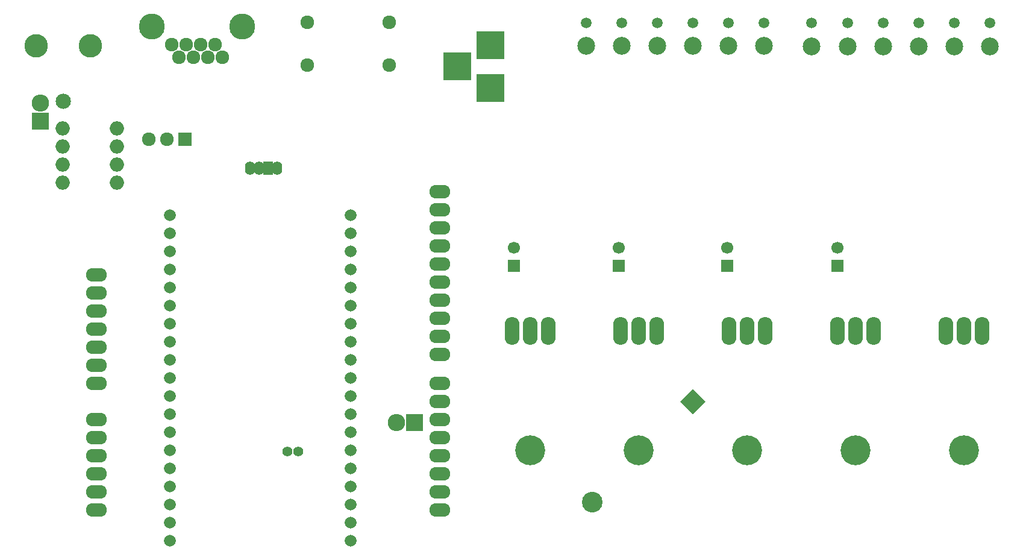
<source format=gbr>
G04 #@! TF.FileFunction,Soldermask,Bot*
%FSLAX46Y46*%
G04 Gerber Fmt 4.6, Leading zero omitted, Abs format (unit mm)*
G04 Created by KiCad (PCBNEW 4.0.2+dfsg1-stable) date Mon 20 Aug 2018 04:08:08 PM EDT*
%MOMM*%
G01*
G04 APERTURE LIST*
%ADD10C,0.100000*%
%ADD11O,2.940000X1.924000*%
%ADD12C,3.651200*%
%ADD13C,1.924000*%
%ADD14C,2.150000*%
%ADD15C,3.300000*%
%ADD16C,1.920000*%
%ADD17R,1.920000X1.920000*%
%ADD18O,2.000000X2.000000*%
%ADD19R,3.900120X3.900120*%
%ADD20C,2.500000*%
%ADD21C,1.500000*%
%ADD22C,1.700000*%
%ADD23R,1.700000X1.700000*%
%ADD24O,2.099260X3.900120*%
%ADD25C,4.199840*%
%ADD26C,1.400760*%
%ADD27O,1.400000X1.900000*%
%ADD28R,1.400000X1.900000*%
%ADD29R,2.432000X2.432000*%
%ADD30O,2.432000X2.432000*%
%ADD31C,2.900000*%
%ADD32C,1.670000*%
G04 APERTURE END LIST*
D10*
D11*
X31496000Y-119888000D03*
X31496000Y-117348000D03*
X31496000Y-114808000D03*
X31496000Y-107188000D03*
X31496000Y-109728000D03*
X31496000Y-112268000D03*
X31496000Y-102108000D03*
X31496000Y-99568000D03*
X31496000Y-97028000D03*
X31496000Y-91948000D03*
X31496000Y-89408000D03*
X79756000Y-119888000D03*
X79756000Y-117348000D03*
X79756000Y-114808000D03*
X79756000Y-112268000D03*
X79756000Y-109728000D03*
X79756000Y-107188000D03*
X79756000Y-104648000D03*
X79756000Y-102108000D03*
X79756000Y-98044000D03*
X79756000Y-95504000D03*
X79756000Y-92964000D03*
X79756000Y-90424000D03*
X79756000Y-87884000D03*
X79756000Y-85344000D03*
X79756000Y-82804000D03*
X79756000Y-80264000D03*
X31496000Y-94488000D03*
X79756000Y-77724000D03*
X79756000Y-75184000D03*
X31496000Y-86868000D03*
D12*
X51943000Y-51943000D03*
X39243000Y-51943000D03*
D13*
X48133000Y-54483000D03*
X46101000Y-54483000D03*
X44069000Y-54483000D03*
X42037000Y-54483000D03*
X49149000Y-56261000D03*
X47117000Y-56261000D03*
X45085000Y-56261000D03*
X43053000Y-56261000D03*
D14*
X26822400Y-62486200D03*
D15*
X30622400Y-54686200D03*
X23022400Y-54686200D03*
D16*
X41402000Y-67818000D03*
X38862000Y-67818000D03*
D17*
X43942000Y-67818000D03*
D18*
X34366200Y-73914000D03*
X34366200Y-71374000D03*
X34366200Y-68834000D03*
X34366200Y-66294000D03*
X26746200Y-66294000D03*
X26746200Y-68834000D03*
X26746200Y-71374000D03*
X26746200Y-73914000D03*
D19*
X86868000Y-60609480D03*
X86868000Y-54610000D03*
X82169000Y-57609740D03*
D20*
X157033000Y-54737000D03*
X152033000Y-54737000D03*
D21*
X157033000Y-51437000D03*
X152033000Y-51437000D03*
D20*
X147033000Y-54737000D03*
X142033000Y-54737000D03*
X137033000Y-54737000D03*
X132033000Y-54737000D03*
D21*
X147033000Y-51437000D03*
X142033000Y-51437000D03*
X137033000Y-51437000D03*
X132033000Y-51437000D03*
D20*
X125330000Y-54735000D03*
X120330000Y-54735000D03*
D21*
X125330000Y-51435000D03*
X120330000Y-51435000D03*
D20*
X115330000Y-54735000D03*
X110330000Y-54735000D03*
X105330000Y-54735000D03*
X100330000Y-54735000D03*
D21*
X115330000Y-51435000D03*
X110330000Y-51435000D03*
X105330000Y-51435000D03*
X100330000Y-51435000D03*
D22*
X120142000Y-83058000D03*
D23*
X120142000Y-85558000D03*
D22*
X104902000Y-83058000D03*
D23*
X104902000Y-85558000D03*
D22*
X90170000Y-83058000D03*
D23*
X90170000Y-85558000D03*
D24*
X153416000Y-94742000D03*
X155956000Y-94742000D03*
X150876000Y-94742000D03*
D25*
X153416000Y-111506000D03*
D24*
X122936000Y-94742000D03*
X125476000Y-94742000D03*
X120396000Y-94742000D03*
D25*
X122936000Y-111506000D03*
D24*
X107696000Y-94742000D03*
X110236000Y-94742000D03*
X105156000Y-94742000D03*
D25*
X107696000Y-111506000D03*
D24*
X92456000Y-94742000D03*
X94996000Y-94742000D03*
X89916000Y-94742000D03*
D25*
X92456000Y-111506000D03*
D22*
X135636000Y-83058000D03*
D23*
X135636000Y-85558000D03*
D24*
X138176000Y-94742000D03*
X140716000Y-94742000D03*
X135636000Y-94742000D03*
D25*
X138176000Y-111506000D03*
D26*
X58318400Y-111683800D03*
X59817000Y-111683800D03*
D27*
X56896000Y-71882000D03*
D28*
X55626000Y-71882000D03*
D27*
X54356000Y-71882000D03*
X53086000Y-71882000D03*
D29*
X23622000Y-65278000D03*
D30*
X23622000Y-62738000D03*
D10*
G36*
X115316000Y-102830736D02*
X117133264Y-104648000D01*
X115316000Y-106465264D01*
X113498736Y-104648000D01*
X115316000Y-102830736D01*
X115316000Y-102830736D01*
G37*
D31*
X101173864Y-118790136D03*
D13*
X72644000Y-51404000D03*
X72644000Y-57404000D03*
X61087000Y-51404000D03*
X61087000Y-57404000D03*
D32*
X67183000Y-124206000D03*
X67183000Y-121666000D03*
X67183000Y-119126000D03*
X67183000Y-116586000D03*
X67183000Y-114046000D03*
X67183000Y-111506000D03*
X67183000Y-108966000D03*
X67183000Y-106426000D03*
X67183000Y-103886000D03*
X67183000Y-101346000D03*
X67183000Y-98806000D03*
X67183000Y-96266000D03*
X67183000Y-93726000D03*
X67183000Y-91186000D03*
X67183000Y-88646000D03*
X67183000Y-86106000D03*
X67183000Y-81026000D03*
X67183000Y-83566000D03*
X67183000Y-78486000D03*
X41783000Y-103886000D03*
X41783000Y-98806000D03*
X41783000Y-106426000D03*
X41783000Y-93726000D03*
X41783000Y-101346000D03*
X41783000Y-96266000D03*
X41783000Y-88646000D03*
X41783000Y-81026000D03*
X41783000Y-91186000D03*
X41783000Y-86106000D03*
X41783000Y-78486000D03*
X41783000Y-83566000D03*
X41783000Y-116586000D03*
X41783000Y-114046000D03*
X41783000Y-119126000D03*
X41783000Y-121666000D03*
X41783000Y-124206000D03*
X41783000Y-108966000D03*
X41783000Y-111506000D03*
D29*
X76200000Y-107569000D03*
D30*
X73660000Y-107569000D03*
M02*

</source>
